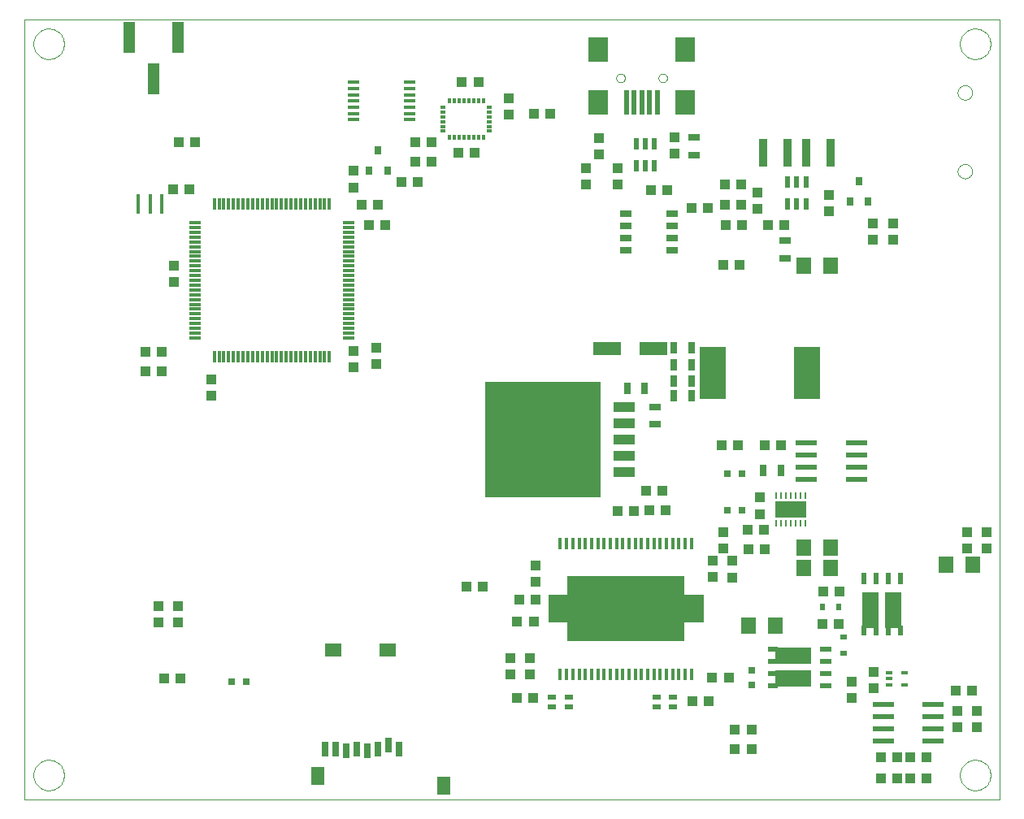
<source format=gtp>
G75*
G70*
%OFA0B0*%
%FSLAX24Y24*%
%IPPOS*%
%LPD*%
%AMOC8*
5,1,8,0,0,1.08239X$1,22.5*
%
%ADD10C,0.0000*%
%ADD11R,0.0472X0.0118*%
%ADD12R,0.0118X0.0472*%
%ADD13R,0.0470X0.1300*%
%ADD14R,0.0118X0.0512*%
%ADD15R,0.4803X0.2697*%
%ADD16R,0.0787X0.1142*%
%ADD17R,0.0433X0.0394*%
%ADD18R,0.0394X0.0433*%
%ADD19R,0.0197X0.0984*%
%ADD20R,0.0787X0.0984*%
%ADD21R,0.0236X0.0472*%
%ADD22R,0.0354X0.1181*%
%ADD23R,0.0472X0.0315*%
%ADD24R,0.0866X0.0236*%
%ADD25R,0.0315X0.0354*%
%ADD26R,0.0315X0.0315*%
%ADD27R,0.0098X0.0276*%
%ADD28R,0.1299X0.0669*%
%ADD29R,0.1102X0.2126*%
%ADD30R,0.0315X0.0472*%
%ADD31R,0.0630X0.0709*%
%ADD32R,0.0295X0.0157*%
%ADD33R,0.0270X0.0130*%
%ADD34R,0.0500X0.0240*%
%ADD35R,0.0400X0.0240*%
%ADD36R,0.1500X0.0650*%
%ADD37R,0.0240X0.0500*%
%ADD38R,0.0240X0.0400*%
%ADD39R,0.0650X0.1500*%
%ADD40R,0.0236X0.0315*%
%ADD41R,0.0315X0.0236*%
%ADD42R,0.0335X0.0197*%
%ADD43R,0.0870X0.0240*%
%ADD44R,0.0709X0.0551*%
%ADD45R,0.0551X0.0748*%
%ADD46R,0.0315X0.0591*%
%ADD47R,0.4724X0.4724*%
%ADD48R,0.0866X0.0394*%
%ADD49R,0.1181X0.0551*%
%ADD50R,0.0157X0.0787*%
%ADD51R,0.0197X0.0118*%
%ADD52R,0.0118X0.0197*%
%ADD53R,0.0500X0.0250*%
%ADD54R,0.0496X0.0142*%
D10*
X000247Y001996D02*
X000247Y033996D01*
X040247Y033996D01*
X040247Y001996D01*
X000247Y001996D01*
X000622Y002996D02*
X000624Y003046D01*
X000630Y003095D01*
X000640Y003144D01*
X000653Y003191D01*
X000671Y003238D01*
X000692Y003283D01*
X000716Y003326D01*
X000744Y003367D01*
X000775Y003406D01*
X000809Y003442D01*
X000846Y003476D01*
X000886Y003506D01*
X000927Y003533D01*
X000971Y003557D01*
X001016Y003577D01*
X001063Y003593D01*
X001111Y003606D01*
X001160Y003615D01*
X001210Y003620D01*
X001259Y003621D01*
X001309Y003618D01*
X001358Y003611D01*
X001407Y003600D01*
X001454Y003586D01*
X001500Y003567D01*
X001545Y003545D01*
X001588Y003520D01*
X001628Y003491D01*
X001666Y003459D01*
X001702Y003425D01*
X001735Y003387D01*
X001764Y003347D01*
X001790Y003305D01*
X001813Y003261D01*
X001832Y003215D01*
X001848Y003168D01*
X001860Y003119D01*
X001868Y003070D01*
X001872Y003021D01*
X001872Y002971D01*
X001868Y002922D01*
X001860Y002873D01*
X001848Y002824D01*
X001832Y002777D01*
X001813Y002731D01*
X001790Y002687D01*
X001764Y002645D01*
X001735Y002605D01*
X001702Y002567D01*
X001666Y002533D01*
X001628Y002501D01*
X001588Y002472D01*
X001545Y002447D01*
X001500Y002425D01*
X001454Y002406D01*
X001407Y002392D01*
X001358Y002381D01*
X001309Y002374D01*
X001259Y002371D01*
X001210Y002372D01*
X001160Y002377D01*
X001111Y002386D01*
X001063Y002399D01*
X001016Y002415D01*
X000971Y002435D01*
X000927Y002459D01*
X000886Y002486D01*
X000846Y002516D01*
X000809Y002550D01*
X000775Y002586D01*
X000744Y002625D01*
X000716Y002666D01*
X000692Y002709D01*
X000671Y002754D01*
X000653Y002801D01*
X000640Y002848D01*
X000630Y002897D01*
X000624Y002946D01*
X000622Y002996D01*
X024524Y031596D02*
X024526Y031622D01*
X024532Y031648D01*
X024542Y031673D01*
X024555Y031696D01*
X024571Y031716D01*
X024591Y031734D01*
X024613Y031749D01*
X024636Y031761D01*
X024662Y031769D01*
X024688Y031773D01*
X024714Y031773D01*
X024740Y031769D01*
X024766Y031761D01*
X024790Y031749D01*
X024811Y031734D01*
X024831Y031716D01*
X024847Y031696D01*
X024860Y031673D01*
X024870Y031648D01*
X024876Y031622D01*
X024878Y031596D01*
X024876Y031570D01*
X024870Y031544D01*
X024860Y031519D01*
X024847Y031496D01*
X024831Y031476D01*
X024811Y031458D01*
X024789Y031443D01*
X024766Y031431D01*
X024740Y031423D01*
X024714Y031419D01*
X024688Y031419D01*
X024662Y031423D01*
X024636Y031431D01*
X024612Y031443D01*
X024591Y031458D01*
X024571Y031476D01*
X024555Y031496D01*
X024542Y031519D01*
X024532Y031544D01*
X024526Y031570D01*
X024524Y031596D01*
X026256Y031596D02*
X026258Y031622D01*
X026264Y031648D01*
X026274Y031673D01*
X026287Y031696D01*
X026303Y031716D01*
X026323Y031734D01*
X026345Y031749D01*
X026368Y031761D01*
X026394Y031769D01*
X026420Y031773D01*
X026446Y031773D01*
X026472Y031769D01*
X026498Y031761D01*
X026522Y031749D01*
X026543Y031734D01*
X026563Y031716D01*
X026579Y031696D01*
X026592Y031673D01*
X026602Y031648D01*
X026608Y031622D01*
X026610Y031596D01*
X026608Y031570D01*
X026602Y031544D01*
X026592Y031519D01*
X026579Y031496D01*
X026563Y031476D01*
X026543Y031458D01*
X026521Y031443D01*
X026498Y031431D01*
X026472Y031423D01*
X026446Y031419D01*
X026420Y031419D01*
X026394Y031423D01*
X026368Y031431D01*
X026344Y031443D01*
X026323Y031458D01*
X026303Y031476D01*
X026287Y031496D01*
X026274Y031519D01*
X026264Y031544D01*
X026258Y031570D01*
X026256Y031596D01*
X038528Y031000D02*
X038530Y031034D01*
X038536Y031068D01*
X038546Y031101D01*
X038559Y031132D01*
X038577Y031162D01*
X038597Y031190D01*
X038621Y031215D01*
X038647Y031237D01*
X038675Y031255D01*
X038706Y031271D01*
X038738Y031283D01*
X038772Y031291D01*
X038806Y031295D01*
X038840Y031295D01*
X038874Y031291D01*
X038908Y031283D01*
X038940Y031271D01*
X038970Y031255D01*
X038999Y031237D01*
X039025Y031215D01*
X039049Y031190D01*
X039069Y031162D01*
X039087Y031132D01*
X039100Y031101D01*
X039110Y031068D01*
X039116Y031034D01*
X039118Y031000D01*
X039116Y030966D01*
X039110Y030932D01*
X039100Y030899D01*
X039087Y030868D01*
X039069Y030838D01*
X039049Y030810D01*
X039025Y030785D01*
X038999Y030763D01*
X038971Y030745D01*
X038940Y030729D01*
X038908Y030717D01*
X038874Y030709D01*
X038840Y030705D01*
X038806Y030705D01*
X038772Y030709D01*
X038738Y030717D01*
X038706Y030729D01*
X038675Y030745D01*
X038647Y030763D01*
X038621Y030785D01*
X038597Y030810D01*
X038577Y030838D01*
X038559Y030868D01*
X038546Y030899D01*
X038536Y030932D01*
X038530Y030966D01*
X038528Y031000D01*
X038622Y032996D02*
X038624Y033046D01*
X038630Y033095D01*
X038640Y033144D01*
X038653Y033191D01*
X038671Y033238D01*
X038692Y033283D01*
X038716Y033326D01*
X038744Y033367D01*
X038775Y033406D01*
X038809Y033442D01*
X038846Y033476D01*
X038886Y033506D01*
X038927Y033533D01*
X038971Y033557D01*
X039016Y033577D01*
X039063Y033593D01*
X039111Y033606D01*
X039160Y033615D01*
X039210Y033620D01*
X039259Y033621D01*
X039309Y033618D01*
X039358Y033611D01*
X039407Y033600D01*
X039454Y033586D01*
X039500Y033567D01*
X039545Y033545D01*
X039588Y033520D01*
X039628Y033491D01*
X039666Y033459D01*
X039702Y033425D01*
X039735Y033387D01*
X039764Y033347D01*
X039790Y033305D01*
X039813Y033261D01*
X039832Y033215D01*
X039848Y033168D01*
X039860Y033119D01*
X039868Y033070D01*
X039872Y033021D01*
X039872Y032971D01*
X039868Y032922D01*
X039860Y032873D01*
X039848Y032824D01*
X039832Y032777D01*
X039813Y032731D01*
X039790Y032687D01*
X039764Y032645D01*
X039735Y032605D01*
X039702Y032567D01*
X039666Y032533D01*
X039628Y032501D01*
X039588Y032472D01*
X039545Y032447D01*
X039500Y032425D01*
X039454Y032406D01*
X039407Y032392D01*
X039358Y032381D01*
X039309Y032374D01*
X039259Y032371D01*
X039210Y032372D01*
X039160Y032377D01*
X039111Y032386D01*
X039063Y032399D01*
X039016Y032415D01*
X038971Y032435D01*
X038927Y032459D01*
X038886Y032486D01*
X038846Y032516D01*
X038809Y032550D01*
X038775Y032586D01*
X038744Y032625D01*
X038716Y032666D01*
X038692Y032709D01*
X038671Y032754D01*
X038653Y032801D01*
X038640Y032848D01*
X038630Y032897D01*
X038624Y032946D01*
X038622Y032996D01*
X038528Y027771D02*
X038530Y027805D01*
X038536Y027839D01*
X038546Y027872D01*
X038559Y027903D01*
X038577Y027933D01*
X038597Y027961D01*
X038621Y027986D01*
X038647Y028008D01*
X038675Y028026D01*
X038706Y028042D01*
X038738Y028054D01*
X038772Y028062D01*
X038806Y028066D01*
X038840Y028066D01*
X038874Y028062D01*
X038908Y028054D01*
X038940Y028042D01*
X038970Y028026D01*
X038999Y028008D01*
X039025Y027986D01*
X039049Y027961D01*
X039069Y027933D01*
X039087Y027903D01*
X039100Y027872D01*
X039110Y027839D01*
X039116Y027805D01*
X039118Y027771D01*
X039116Y027737D01*
X039110Y027703D01*
X039100Y027670D01*
X039087Y027639D01*
X039069Y027609D01*
X039049Y027581D01*
X039025Y027556D01*
X038999Y027534D01*
X038971Y027516D01*
X038940Y027500D01*
X038908Y027488D01*
X038874Y027480D01*
X038840Y027476D01*
X038806Y027476D01*
X038772Y027480D01*
X038738Y027488D01*
X038706Y027500D01*
X038675Y027516D01*
X038647Y027534D01*
X038621Y027556D01*
X038597Y027581D01*
X038577Y027609D01*
X038559Y027639D01*
X038546Y027670D01*
X038536Y027703D01*
X038530Y027737D01*
X038528Y027771D01*
X038622Y002996D02*
X038624Y003046D01*
X038630Y003095D01*
X038640Y003144D01*
X038653Y003191D01*
X038671Y003238D01*
X038692Y003283D01*
X038716Y003326D01*
X038744Y003367D01*
X038775Y003406D01*
X038809Y003442D01*
X038846Y003476D01*
X038886Y003506D01*
X038927Y003533D01*
X038971Y003557D01*
X039016Y003577D01*
X039063Y003593D01*
X039111Y003606D01*
X039160Y003615D01*
X039210Y003620D01*
X039259Y003621D01*
X039309Y003618D01*
X039358Y003611D01*
X039407Y003600D01*
X039454Y003586D01*
X039500Y003567D01*
X039545Y003545D01*
X039588Y003520D01*
X039628Y003491D01*
X039666Y003459D01*
X039702Y003425D01*
X039735Y003387D01*
X039764Y003347D01*
X039790Y003305D01*
X039813Y003261D01*
X039832Y003215D01*
X039848Y003168D01*
X039860Y003119D01*
X039868Y003070D01*
X039872Y003021D01*
X039872Y002971D01*
X039868Y002922D01*
X039860Y002873D01*
X039848Y002824D01*
X039832Y002777D01*
X039813Y002731D01*
X039790Y002687D01*
X039764Y002645D01*
X039735Y002605D01*
X039702Y002567D01*
X039666Y002533D01*
X039628Y002501D01*
X039588Y002472D01*
X039545Y002447D01*
X039500Y002425D01*
X039454Y002406D01*
X039407Y002392D01*
X039358Y002381D01*
X039309Y002374D01*
X039259Y002371D01*
X039210Y002372D01*
X039160Y002377D01*
X039111Y002386D01*
X039063Y002399D01*
X039016Y002415D01*
X038971Y002435D01*
X038927Y002459D01*
X038886Y002486D01*
X038846Y002516D01*
X038809Y002550D01*
X038775Y002586D01*
X038744Y002625D01*
X038716Y002666D01*
X038692Y002709D01*
X038671Y002754D01*
X038653Y002801D01*
X038640Y002848D01*
X038630Y002897D01*
X038624Y002946D01*
X038622Y002996D01*
X000622Y032996D02*
X000624Y033046D01*
X000630Y033095D01*
X000640Y033144D01*
X000653Y033191D01*
X000671Y033238D01*
X000692Y033283D01*
X000716Y033326D01*
X000744Y033367D01*
X000775Y033406D01*
X000809Y033442D01*
X000846Y033476D01*
X000886Y033506D01*
X000927Y033533D01*
X000971Y033557D01*
X001016Y033577D01*
X001063Y033593D01*
X001111Y033606D01*
X001160Y033615D01*
X001210Y033620D01*
X001259Y033621D01*
X001309Y033618D01*
X001358Y033611D01*
X001407Y033600D01*
X001454Y033586D01*
X001500Y033567D01*
X001545Y033545D01*
X001588Y033520D01*
X001628Y033491D01*
X001666Y033459D01*
X001702Y033425D01*
X001735Y033387D01*
X001764Y033347D01*
X001790Y033305D01*
X001813Y033261D01*
X001832Y033215D01*
X001848Y033168D01*
X001860Y033119D01*
X001868Y033070D01*
X001872Y033021D01*
X001872Y032971D01*
X001868Y032922D01*
X001860Y032873D01*
X001848Y032824D01*
X001832Y032777D01*
X001813Y032731D01*
X001790Y032687D01*
X001764Y032645D01*
X001735Y032605D01*
X001702Y032567D01*
X001666Y032533D01*
X001628Y032501D01*
X001588Y032472D01*
X001545Y032447D01*
X001500Y032425D01*
X001454Y032406D01*
X001407Y032392D01*
X001358Y032381D01*
X001309Y032374D01*
X001259Y032371D01*
X001210Y032372D01*
X001160Y032377D01*
X001111Y032386D01*
X001063Y032399D01*
X001016Y032415D01*
X000971Y032435D01*
X000927Y032459D01*
X000886Y032486D01*
X000846Y032516D01*
X000809Y032550D01*
X000775Y032586D01*
X000744Y032625D01*
X000716Y032666D01*
X000692Y032709D01*
X000671Y032754D01*
X000653Y032801D01*
X000640Y032848D01*
X000630Y032897D01*
X000624Y032946D01*
X000622Y032996D01*
D11*
X007247Y025658D03*
X007247Y025461D03*
X007247Y025264D03*
X007247Y025067D03*
X007247Y024870D03*
X007247Y024674D03*
X007247Y024477D03*
X007247Y024280D03*
X007247Y024083D03*
X007247Y023886D03*
X007247Y023689D03*
X007247Y023492D03*
X007247Y023296D03*
X007247Y023099D03*
X007247Y022902D03*
X007247Y022705D03*
X007247Y022508D03*
X007247Y022311D03*
X007247Y022115D03*
X007247Y021918D03*
X007247Y021721D03*
X007247Y021524D03*
X007247Y021327D03*
X007247Y021130D03*
X007247Y020933D03*
X013547Y020933D03*
X013547Y021130D03*
X013547Y021327D03*
X013547Y021524D03*
X013547Y021721D03*
X013547Y021918D03*
X013547Y022115D03*
X013547Y022311D03*
X013547Y022508D03*
X013547Y022705D03*
X013547Y022902D03*
X013547Y023099D03*
X013547Y023296D03*
X013547Y023492D03*
X013547Y023689D03*
X013547Y023886D03*
X013547Y024083D03*
X013547Y024280D03*
X013547Y024477D03*
X013547Y024674D03*
X013547Y024870D03*
X013547Y025067D03*
X013547Y025264D03*
X013547Y025461D03*
X013547Y025658D03*
D12*
X012759Y026445D03*
X012562Y026445D03*
X012366Y026445D03*
X012169Y026445D03*
X011972Y026445D03*
X011775Y026445D03*
X011578Y026445D03*
X011381Y026445D03*
X011184Y026445D03*
X010988Y026445D03*
X010791Y026445D03*
X010594Y026445D03*
X010397Y026445D03*
X010200Y026445D03*
X010003Y026445D03*
X009806Y026445D03*
X009610Y026445D03*
X009413Y026445D03*
X009216Y026445D03*
X009019Y026445D03*
X008822Y026445D03*
X008625Y026445D03*
X008428Y026445D03*
X008232Y026445D03*
X008035Y026445D03*
X008035Y020146D03*
X008232Y020146D03*
X008428Y020146D03*
X008625Y020146D03*
X008822Y020146D03*
X009019Y020146D03*
X009216Y020146D03*
X009413Y020146D03*
X009610Y020146D03*
X009806Y020146D03*
X010003Y020146D03*
X010200Y020146D03*
X010397Y020146D03*
X010594Y020146D03*
X010791Y020146D03*
X010988Y020146D03*
X011184Y020146D03*
X011381Y020146D03*
X011578Y020146D03*
X011775Y020146D03*
X011972Y020146D03*
X012169Y020146D03*
X012366Y020146D03*
X012562Y020146D03*
X012759Y020146D03*
D13*
X005537Y031546D03*
X004537Y033246D03*
X006537Y033246D03*
D14*
X022230Y012493D03*
X022486Y012493D03*
X022742Y012493D03*
X022998Y012493D03*
X023254Y012493D03*
X023510Y012493D03*
X023766Y012493D03*
X024021Y012493D03*
X024277Y012493D03*
X024533Y012493D03*
X024789Y012493D03*
X025045Y012493D03*
X025301Y012493D03*
X025557Y012493D03*
X025813Y012493D03*
X026069Y012493D03*
X026325Y012493D03*
X026581Y012493D03*
X026836Y012493D03*
X027092Y012493D03*
X027348Y012493D03*
X027604Y012493D03*
X027604Y007119D03*
X027348Y007119D03*
X027092Y007119D03*
X026836Y007119D03*
X026581Y007119D03*
X026325Y007119D03*
X026069Y007119D03*
X025813Y007119D03*
X025557Y007119D03*
X025301Y007119D03*
X025045Y007119D03*
X024789Y007119D03*
X024533Y007119D03*
X024277Y007119D03*
X024021Y007119D03*
X023766Y007119D03*
X023510Y007119D03*
X023254Y007119D03*
X022998Y007119D03*
X022742Y007119D03*
X022486Y007119D03*
X022230Y007119D03*
D15*
X024927Y009816D03*
D16*
X022132Y009816D03*
X027722Y009816D03*
D17*
X029948Y012247D03*
X030618Y012247D03*
X030579Y013046D03*
X029909Y013046D03*
X026563Y013851D03*
X025893Y013851D03*
X025244Y013842D03*
X024574Y013842D03*
X025755Y014650D03*
X026425Y014650D03*
X028839Y016545D03*
X029509Y016545D03*
X030622Y016516D03*
X031292Y016516D03*
X033012Y010536D03*
X033682Y010536D03*
X033642Y009206D03*
X032972Y009206D03*
X029132Y006986D03*
X028462Y006986D03*
X028302Y006036D03*
X027632Y006036D03*
X029396Y004868D03*
X030066Y004868D03*
X030064Y004052D03*
X029394Y004052D03*
X035384Y003734D03*
X036054Y003734D03*
X036572Y003736D03*
X037242Y003736D03*
X037242Y002856D03*
X036572Y002856D03*
X036054Y002855D03*
X035384Y002855D03*
X038452Y006476D03*
X039122Y006476D03*
X021102Y006146D03*
X020432Y006146D03*
X020462Y009286D03*
X021132Y009286D03*
X021212Y010186D03*
X020542Y010186D03*
X019061Y010734D03*
X018391Y010734D03*
X006658Y006976D03*
X005988Y006976D03*
X005896Y019572D03*
X005226Y019572D03*
X005225Y020374D03*
X005895Y020374D03*
X006337Y027024D03*
X007007Y027024D03*
X007261Y028956D03*
X006591Y028956D03*
X014068Y026389D03*
X014738Y026389D03*
X015712Y027336D03*
X016382Y027336D03*
X016286Y028172D03*
X016956Y028172D03*
X016956Y028970D03*
X016286Y028970D03*
X018058Y028531D03*
X018728Y028531D03*
X021151Y030131D03*
X021821Y030131D03*
X018866Y031421D03*
X018196Y031421D03*
X015063Y025547D03*
X014393Y025547D03*
X025932Y027000D03*
X026602Y027000D03*
X027608Y026257D03*
X028278Y026257D03*
X028992Y026396D03*
X029662Y026396D03*
X029652Y027236D03*
X028982Y027236D03*
X029002Y025546D03*
X029672Y025546D03*
X030758Y025569D03*
X031428Y025569D03*
X029586Y023927D03*
X028916Y023927D03*
D18*
X030323Y026233D03*
X030323Y026902D03*
X033261Y026801D03*
X033261Y026132D03*
X035057Y025640D03*
X035057Y024971D03*
X035867Y024951D03*
X035867Y025620D03*
X026917Y028481D03*
X026917Y029150D03*
X024576Y027900D03*
X024576Y027231D03*
X023264Y027230D03*
X023264Y027899D03*
X023797Y028461D03*
X023797Y029130D03*
X020099Y030109D03*
X020099Y030778D03*
X013757Y027780D03*
X013757Y027111D03*
X006379Y023901D03*
X006379Y023232D03*
X007919Y019245D03*
X007919Y018576D03*
X013736Y019732D03*
X013736Y020401D03*
X014664Y020523D03*
X014664Y019854D03*
X021207Y011600D03*
X021207Y010931D03*
X020969Y007784D03*
X020969Y007115D03*
X020167Y007115D03*
X020167Y007784D03*
X028467Y011121D03*
X028467Y011790D03*
X028912Y012303D03*
X029267Y011780D03*
X029267Y011111D03*
X028912Y012972D03*
X030417Y013711D03*
X030417Y014380D03*
X035077Y007230D03*
X035077Y006561D03*
X034187Y006840D03*
X034187Y006171D03*
X038517Y005630D03*
X038517Y004961D03*
X039327Y004971D03*
X039327Y005640D03*
X039712Y012281D03*
X039712Y012950D03*
X038917Y012950D03*
X038917Y012281D03*
X006557Y009930D03*
X006557Y009261D03*
X005757Y009261D03*
X005757Y009930D03*
D19*
X024937Y030611D03*
X025252Y030611D03*
X025567Y030611D03*
X025882Y030611D03*
X026197Y030611D03*
D20*
X027339Y030611D03*
X027339Y032777D03*
X023795Y032777D03*
X023795Y030611D03*
D21*
X025343Y028889D03*
X025717Y028889D03*
X026091Y028889D03*
X026091Y027983D03*
X025717Y027983D03*
X025343Y027983D03*
X031556Y027319D03*
X031930Y027319D03*
X032304Y027319D03*
X032304Y026413D03*
X031930Y026413D03*
X031556Y026413D03*
D22*
X031533Y028537D03*
X032321Y028537D03*
X033305Y028537D03*
X030549Y028537D03*
D23*
X027697Y028441D03*
X027697Y029150D03*
X031444Y024916D03*
X031444Y024207D03*
X026117Y018100D03*
X026117Y017391D03*
D24*
X035467Y005895D03*
X035467Y005395D03*
X035467Y004895D03*
X035467Y004395D03*
X037515Y004395D03*
X037515Y004895D03*
X037515Y005395D03*
X037515Y005895D03*
D25*
X034861Y026542D03*
X034113Y026542D03*
X034487Y027369D03*
X015131Y027802D03*
X014383Y027802D03*
X014757Y028629D03*
D26*
X029082Y015346D03*
X029672Y015346D03*
X029672Y013846D03*
X029082Y013846D03*
X030083Y007292D03*
X030083Y006701D03*
X009332Y006816D03*
X008742Y006816D03*
D27*
X031086Y013335D03*
X031283Y013335D03*
X031480Y013335D03*
X031677Y013335D03*
X031874Y013335D03*
X032071Y013335D03*
X032268Y013335D03*
X032268Y014476D03*
X032071Y014476D03*
X031874Y014476D03*
X031677Y014476D03*
X031480Y014476D03*
X031283Y014476D03*
X031086Y014476D03*
D28*
X031677Y013906D03*
D29*
X032347Y019496D03*
X028489Y019496D03*
D30*
X027601Y019816D03*
X027601Y019166D03*
X027601Y018546D03*
X026893Y018546D03*
X026893Y019166D03*
X026893Y019816D03*
X026893Y020526D03*
X027601Y020526D03*
X025694Y018848D03*
X024986Y018848D03*
X030563Y015486D03*
X031271Y015486D03*
D31*
X032206Y012326D03*
X032206Y011486D03*
X033308Y011486D03*
X033308Y012326D03*
X031048Y009136D03*
X029946Y009136D03*
X038056Y011616D03*
X039158Y011616D03*
X033321Y023894D03*
X032219Y023894D03*
D32*
X036362Y007202D03*
X036362Y006690D03*
D33*
X035712Y006681D03*
X035712Y006946D03*
X035712Y007211D03*
D34*
X033097Y007176D03*
X033097Y006676D03*
X033097Y007676D03*
X033097Y008176D03*
D35*
X030947Y008176D03*
X030947Y007676D03*
X030947Y007176D03*
X030947Y006676D03*
D36*
X031777Y006971D03*
X031777Y007881D03*
D37*
X034667Y011066D03*
X035167Y011066D03*
X035667Y011066D03*
X036167Y011066D03*
D38*
X036167Y008916D03*
X035667Y008916D03*
X035167Y008916D03*
X034667Y008916D03*
D39*
X034962Y009746D03*
X035872Y009746D03*
D40*
X033647Y009906D03*
X032978Y009906D03*
D41*
X033847Y008675D03*
X033847Y008006D03*
D42*
X026861Y006192D03*
X026861Y005799D03*
X026173Y005799D03*
X026173Y006192D03*
X022581Y006192D03*
X021893Y006192D03*
X021893Y005799D03*
X022581Y005799D03*
D43*
X032327Y015116D03*
X032327Y015616D03*
X032327Y016116D03*
X032327Y016616D03*
X034387Y016616D03*
X034387Y016116D03*
X034387Y015616D03*
X034387Y015116D03*
D44*
X015145Y008132D03*
X012901Y008132D03*
D45*
X012271Y002955D03*
X017448Y002561D03*
D46*
X015614Y004077D03*
X015181Y004234D03*
X014748Y004077D03*
X014314Y003998D03*
X013881Y004077D03*
X013448Y003998D03*
X013015Y004077D03*
X012582Y004077D03*
D47*
X021517Y016766D03*
D48*
X024844Y016766D03*
X024844Y017435D03*
X024844Y018104D03*
X024844Y016096D03*
X024844Y015427D03*
D49*
X024146Y020508D03*
X026036Y020508D03*
D50*
X005870Y026417D03*
X005398Y026417D03*
X004926Y026417D03*
D51*
X017430Y029415D03*
X017430Y029612D03*
X017430Y029809D03*
X017430Y030006D03*
X017430Y030203D03*
X017430Y030400D03*
X019320Y030400D03*
X019320Y030203D03*
X019320Y030006D03*
X019320Y029809D03*
X019320Y029612D03*
X019320Y029415D03*
D52*
X019064Y029160D03*
X018867Y029160D03*
X018670Y029160D03*
X018473Y029160D03*
X018277Y029160D03*
X018080Y029160D03*
X017883Y029160D03*
X017686Y029160D03*
X017686Y030656D03*
X017883Y030656D03*
X018080Y030656D03*
X018277Y030656D03*
X018473Y030656D03*
X018670Y030656D03*
X018867Y030656D03*
X019064Y030656D03*
D53*
X024922Y026035D03*
X024922Y025535D03*
X024922Y025035D03*
X024922Y024535D03*
X026822Y024535D03*
X026822Y025035D03*
X026822Y025535D03*
X026822Y026035D03*
D54*
X016044Y029882D03*
X016044Y030138D03*
X016044Y030394D03*
X016044Y030650D03*
X016044Y030906D03*
X016044Y031161D03*
X016044Y031417D03*
X013760Y031417D03*
X013760Y031161D03*
X013760Y030906D03*
X013760Y030650D03*
X013760Y030394D03*
X013760Y030138D03*
X013760Y029882D03*
M02*

</source>
